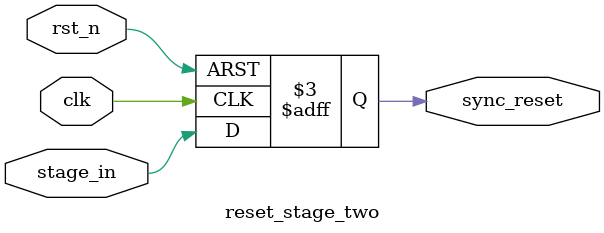
<source format=sv>
module reset_sync_system #(
  parameter INIT_VAL = 1'b0
)(
  input  wire clk,      // System clock
  input  wire rst_n,    // Asynchronous reset (active low)
  output wire rst_sync  // Synchronized reset output
);

  // Intermediate signals using direct connection for better timing
  (* dont_touch = "true" *) wire flop_out;
  
  // First stage flip-flop for reset synchronization
  reset_stage_one #(
    .INIT_VAL(INIT_VAL)
  ) u_stage_one (
    .clk      (clk),
    .rst_n    (rst_n),
    .stage_out(flop_out)
  );
  
  // Second stage flip-flop for reset synchronization
  reset_stage_two #(
    .INIT_VAL(INIT_VAL)
  ) u_stage_two (
    .clk       (clk),
    .rst_n     (rst_n),
    .stage_in  (flop_out),
    .sync_reset(rst_sync)
  );

endmodule

//-----------------------------------------------------------------------------
// Module: reset_stage_one - First stage of reset synchronization
// Description: Captures asynchronous reset and creates first stage output
//-----------------------------------------------------------------------------
module reset_stage_one #(
  parameter INIT_VAL = 1'b0
)(
  input  wire clk,
  input  wire rst_n,
  output reg  stage_out
);

  // Pre-compute the constant value to reduce logic depth
  localparam RESET_VALUE = INIT_VAL;
  localparam NORMAL_VALUE = ~INIT_VAL;

  always @(posedge clk or negedge rst_n) begin
    if (!rst_n) begin
      stage_out <= RESET_VALUE;
    end else begin
      stage_out <= NORMAL_VALUE;
    end
  end

endmodule

//-----------------------------------------------------------------------------
// Module: reset_stage_two - Second stage of reset synchronization
// Description: Creates metastability-free synchronized reset output
//-----------------------------------------------------------------------------
module reset_stage_two #(
  parameter INIT_VAL = 1'b0
)(
  input  wire clk,
  input  wire rst_n,
  input  wire stage_in,
  output reg  sync_reset
);

  // Pre-compute the constant value
  localparam RESET_VALUE = INIT_VAL;

  // Simplified reset logic with direct signal path
  (* async_reg = "true" *) reg sync_reset_meta;

  always @(posedge clk or negedge rst_n) begin
    if (!rst_n) begin
      sync_reset <= RESET_VALUE;
    end else begin
      sync_reset <= stage_in;
    end
  end

endmodule
</source>
